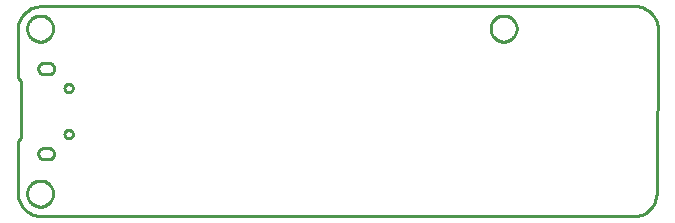
<source format=gbr>
G04 EAGLE Gerber RS-274X export*
G75*
%MOMM*%
%FSLAX34Y34*%
%LPD*%
%IN*%
%IPPOS*%
%AMOC8*
5,1,8,0,0,1.08239X$1,22.5*%
G01*
%ADD10C,0.254000*%


D10*
X0Y20320D02*
X77Y18549D01*
X309Y16791D01*
X692Y15061D01*
X1225Y13370D01*
X1904Y11732D01*
X2722Y10160D01*
X3675Y8665D01*
X4754Y7259D01*
X5952Y5952D01*
X7259Y4754D01*
X8665Y3675D01*
X10160Y2722D01*
X11732Y1904D01*
X13370Y1225D01*
X15061Y692D01*
X16791Y309D01*
X18549Y77D01*
X20320Y0D01*
X521970Y0D01*
X523683Y130D01*
X525379Y409D01*
X527043Y835D01*
X528664Y1404D01*
X530230Y2113D01*
X531727Y2955D01*
X533146Y3924D01*
X534475Y5014D01*
X535703Y6215D01*
X536823Y7518D01*
X537824Y8914D01*
X538700Y10392D01*
X539444Y11941D01*
X540050Y13549D01*
X540514Y15204D01*
X540831Y16892D01*
X541000Y18602D01*
X541020Y20320D01*
X542290Y157480D01*
X542270Y159198D01*
X542101Y160908D01*
X541784Y162597D01*
X541320Y164251D01*
X540714Y165859D01*
X539970Y167408D01*
X539094Y168886D01*
X538093Y170282D01*
X536973Y171585D01*
X535745Y172786D01*
X534416Y173876D01*
X532997Y174845D01*
X531500Y175687D01*
X529934Y176396D01*
X528313Y176965D01*
X526649Y177391D01*
X524953Y177670D01*
X523240Y177800D01*
X20320Y177800D01*
X18549Y177723D01*
X16791Y177491D01*
X15061Y177108D01*
X13370Y176575D01*
X11732Y175896D01*
X10160Y175078D01*
X8665Y174125D01*
X7259Y173046D01*
X5952Y171848D01*
X4754Y170541D01*
X3675Y169135D01*
X2722Y167640D01*
X1904Y166068D01*
X1225Y164430D01*
X692Y162739D01*
X309Y161009D01*
X77Y159251D01*
X0Y157480D01*
X0Y116840D01*
X2540Y114300D01*
X2540Y66040D01*
X0Y63500D01*
X0Y20320D01*
X17680Y52900D02*
X17652Y52549D01*
X17654Y52198D01*
X17687Y51848D01*
X17750Y51502D01*
X17843Y51163D01*
X17966Y50833D01*
X18117Y50515D01*
X18294Y50212D01*
X18498Y49925D01*
X18726Y49657D01*
X18976Y49410D01*
X19247Y49186D01*
X19536Y48986D01*
X19842Y48812D01*
X20162Y48666D01*
X20493Y48548D01*
X20833Y48459D01*
X21180Y48400D01*
X27180Y48400D01*
X27527Y48459D01*
X27867Y48548D01*
X28198Y48666D01*
X28518Y48812D01*
X28824Y48986D01*
X29113Y49186D01*
X29384Y49410D01*
X29634Y49657D01*
X29862Y49925D01*
X30066Y50212D01*
X30243Y50515D01*
X30394Y50833D01*
X30517Y51163D01*
X30610Y51502D01*
X30673Y51848D01*
X30706Y52198D01*
X30708Y52549D01*
X30680Y52900D01*
X30708Y53251D01*
X30706Y53602D01*
X30673Y53952D01*
X30610Y54298D01*
X30517Y54637D01*
X30394Y54967D01*
X30243Y55285D01*
X30066Y55588D01*
X29862Y55875D01*
X29634Y56143D01*
X29384Y56390D01*
X29113Y56614D01*
X28824Y56814D01*
X28518Y56988D01*
X28198Y57134D01*
X27867Y57252D01*
X27527Y57341D01*
X27180Y57400D01*
X21180Y57400D01*
X20833Y57341D01*
X20493Y57252D01*
X20162Y57134D01*
X19842Y56988D01*
X19536Y56814D01*
X19247Y56614D01*
X18976Y56390D01*
X18726Y56143D01*
X18498Y55875D01*
X18294Y55588D01*
X18117Y55285D01*
X17966Y54967D01*
X17843Y54637D01*
X17750Y54298D01*
X17687Y53952D01*
X17654Y53602D01*
X17652Y53251D01*
X17680Y52900D01*
X17680Y123900D02*
X17716Y123574D01*
X17780Y123253D01*
X17872Y122938D01*
X17992Y122633D01*
X18137Y122339D01*
X18307Y122059D01*
X18502Y121794D01*
X18718Y121548D01*
X18955Y121322D01*
X19211Y121117D01*
X19484Y120935D01*
X19772Y120777D01*
X20072Y120646D01*
X20382Y120541D01*
X20701Y120463D01*
X21025Y120414D01*
X21352Y120392D01*
X21680Y120400D01*
X27180Y120400D01*
X27485Y120413D01*
X27788Y120453D01*
X28086Y120519D01*
X28377Y120611D01*
X28659Y120728D01*
X28930Y120869D01*
X29188Y121033D01*
X29430Y121219D01*
X29655Y121425D01*
X29861Y121650D01*
X30047Y121892D01*
X30211Y122150D01*
X30352Y122421D01*
X30469Y122703D01*
X30561Y122994D01*
X30627Y123292D01*
X30667Y123595D01*
X30680Y123900D01*
X30680Y125900D01*
X30667Y126205D01*
X30627Y126508D01*
X30561Y126806D01*
X30469Y127097D01*
X30352Y127379D01*
X30211Y127650D01*
X30047Y127908D01*
X29861Y128150D01*
X29655Y128375D01*
X29430Y128581D01*
X29188Y128767D01*
X28930Y128931D01*
X28659Y129072D01*
X28377Y129189D01*
X28086Y129281D01*
X27788Y129347D01*
X27485Y129387D01*
X27180Y129400D01*
X21680Y129400D01*
X21352Y129408D01*
X21025Y129386D01*
X20701Y129337D01*
X20382Y129259D01*
X20072Y129154D01*
X19772Y129023D01*
X19484Y128865D01*
X19211Y128683D01*
X18955Y128478D01*
X18718Y128252D01*
X18502Y128006D01*
X18307Y127742D01*
X18137Y127461D01*
X17992Y127168D01*
X17872Y126862D01*
X17780Y126547D01*
X17716Y126226D01*
X17680Y125900D01*
X17680Y123900D01*
X30050Y158318D02*
X29982Y157456D01*
X29847Y156602D01*
X29645Y155762D01*
X29378Y154940D01*
X29047Y154141D01*
X28655Y153371D01*
X28203Y152634D01*
X27695Y151935D01*
X27134Y151277D01*
X26523Y150666D01*
X25865Y150105D01*
X25166Y149597D01*
X24429Y149145D01*
X23659Y148753D01*
X22860Y148422D01*
X22038Y148155D01*
X21198Y147953D01*
X20344Y147818D01*
X19482Y147750D01*
X18618Y147750D01*
X17756Y147818D01*
X16902Y147953D01*
X16062Y148155D01*
X15240Y148422D01*
X14441Y148753D01*
X13671Y149145D01*
X12934Y149597D01*
X12235Y150105D01*
X11577Y150666D01*
X10966Y151277D01*
X10405Y151935D01*
X9897Y152634D01*
X9445Y153371D01*
X9053Y154141D01*
X8722Y154940D01*
X8455Y155762D01*
X8253Y156602D01*
X8118Y157456D01*
X8050Y158318D01*
X8050Y159182D01*
X8118Y160044D01*
X8253Y160898D01*
X8455Y161738D01*
X8722Y162560D01*
X9053Y163359D01*
X9445Y164129D01*
X9897Y164866D01*
X10405Y165565D01*
X10966Y166223D01*
X11577Y166834D01*
X12235Y167395D01*
X12934Y167903D01*
X13671Y168355D01*
X14441Y168747D01*
X15240Y169078D01*
X16062Y169345D01*
X16902Y169547D01*
X17756Y169682D01*
X18618Y169750D01*
X19482Y169750D01*
X20344Y169682D01*
X21198Y169547D01*
X22038Y169345D01*
X22860Y169078D01*
X23659Y168747D01*
X24429Y168355D01*
X25166Y167903D01*
X25865Y167395D01*
X26523Y166834D01*
X27134Y166223D01*
X27695Y165565D01*
X28203Y164866D01*
X28655Y164129D01*
X29047Y163359D01*
X29378Y162560D01*
X29645Y161738D01*
X29847Y160898D01*
X29982Y160044D01*
X30050Y159182D01*
X30050Y158318D01*
X30050Y18618D02*
X29982Y17756D01*
X29847Y16902D01*
X29645Y16062D01*
X29378Y15240D01*
X29047Y14441D01*
X28655Y13671D01*
X28203Y12934D01*
X27695Y12235D01*
X27134Y11577D01*
X26523Y10966D01*
X25865Y10405D01*
X25166Y9897D01*
X24429Y9445D01*
X23659Y9053D01*
X22860Y8722D01*
X22038Y8455D01*
X21198Y8253D01*
X20344Y8118D01*
X19482Y8050D01*
X18618Y8050D01*
X17756Y8118D01*
X16902Y8253D01*
X16062Y8455D01*
X15240Y8722D01*
X14441Y9053D01*
X13671Y9445D01*
X12934Y9897D01*
X12235Y10405D01*
X11577Y10966D01*
X10966Y11577D01*
X10405Y12235D01*
X9897Y12934D01*
X9445Y13671D01*
X9053Y14441D01*
X8722Y15240D01*
X8455Y16062D01*
X8253Y16902D01*
X8118Y17756D01*
X8050Y18618D01*
X8050Y19482D01*
X8118Y20344D01*
X8253Y21198D01*
X8455Y22038D01*
X8722Y22860D01*
X9053Y23659D01*
X9445Y24429D01*
X9897Y25166D01*
X10405Y25865D01*
X10966Y26523D01*
X11577Y27134D01*
X12235Y27695D01*
X12934Y28203D01*
X13671Y28655D01*
X14441Y29047D01*
X15240Y29378D01*
X16062Y29645D01*
X16902Y29847D01*
X17756Y29982D01*
X18618Y30050D01*
X19482Y30050D01*
X20344Y29982D01*
X21198Y29847D01*
X22038Y29645D01*
X22860Y29378D01*
X23659Y29047D01*
X24429Y28655D01*
X25166Y28203D01*
X25865Y27695D01*
X26523Y27134D01*
X27134Y26523D01*
X27695Y25865D01*
X28203Y25166D01*
X28655Y24429D01*
X29047Y23659D01*
X29378Y22860D01*
X29645Y22038D01*
X29847Y21198D01*
X29982Y20344D01*
X30050Y19482D01*
X30050Y18618D01*
X422480Y158318D02*
X422412Y157456D01*
X422277Y156602D01*
X422075Y155762D01*
X421808Y154940D01*
X421477Y154141D01*
X421085Y153371D01*
X420633Y152634D01*
X420125Y151935D01*
X419564Y151277D01*
X418953Y150666D01*
X418295Y150105D01*
X417596Y149597D01*
X416859Y149145D01*
X416089Y148753D01*
X415290Y148422D01*
X414468Y148155D01*
X413628Y147953D01*
X412774Y147818D01*
X411912Y147750D01*
X411048Y147750D01*
X410186Y147818D01*
X409332Y147953D01*
X408492Y148155D01*
X407670Y148422D01*
X406871Y148753D01*
X406101Y149145D01*
X405364Y149597D01*
X404665Y150105D01*
X404007Y150666D01*
X403396Y151277D01*
X402835Y151935D01*
X402327Y152634D01*
X401875Y153371D01*
X401483Y154141D01*
X401152Y154940D01*
X400885Y155762D01*
X400683Y156602D01*
X400548Y157456D01*
X400480Y158318D01*
X400480Y159182D01*
X400548Y160044D01*
X400683Y160898D01*
X400885Y161738D01*
X401152Y162560D01*
X401483Y163359D01*
X401875Y164129D01*
X402327Y164866D01*
X402835Y165565D01*
X403396Y166223D01*
X404007Y166834D01*
X404665Y167395D01*
X405364Y167903D01*
X406101Y168355D01*
X406871Y168747D01*
X407670Y169078D01*
X408492Y169345D01*
X409332Y169547D01*
X410186Y169682D01*
X411048Y169750D01*
X411912Y169750D01*
X412774Y169682D01*
X413628Y169547D01*
X414468Y169345D01*
X415290Y169078D01*
X416089Y168747D01*
X416859Y168355D01*
X417596Y167903D01*
X418295Y167395D01*
X418953Y166834D01*
X419564Y166223D01*
X420125Y165565D01*
X420633Y164866D01*
X421085Y164129D01*
X421477Y163359D01*
X421808Y162560D01*
X422075Y161738D01*
X422277Y160898D01*
X422412Y160044D01*
X422480Y159182D01*
X422480Y158318D01*
X42951Y104900D02*
X42496Y104960D01*
X42053Y105079D01*
X41629Y105254D01*
X41231Y105484D01*
X40867Y105763D01*
X40543Y106087D01*
X40264Y106451D01*
X40034Y106849D01*
X39859Y107273D01*
X39740Y107716D01*
X39680Y108171D01*
X39680Y108629D01*
X39740Y109084D01*
X39859Y109527D01*
X40034Y109951D01*
X40264Y110349D01*
X40543Y110713D01*
X40867Y111037D01*
X41231Y111316D01*
X41629Y111546D01*
X42053Y111721D01*
X42496Y111840D01*
X42951Y111900D01*
X43409Y111900D01*
X43864Y111840D01*
X44307Y111721D01*
X44731Y111546D01*
X45129Y111316D01*
X45493Y111037D01*
X45817Y110713D01*
X46096Y110349D01*
X46326Y109951D01*
X46501Y109527D01*
X46620Y109084D01*
X46680Y108629D01*
X46680Y108171D01*
X46620Y107716D01*
X46501Y107273D01*
X46326Y106849D01*
X46096Y106451D01*
X45817Y106087D01*
X45493Y105763D01*
X45129Y105484D01*
X44731Y105254D01*
X44307Y105079D01*
X43864Y104960D01*
X43409Y104900D01*
X42951Y104900D01*
X42951Y65900D02*
X42496Y65960D01*
X42053Y66079D01*
X41629Y66254D01*
X41231Y66484D01*
X40867Y66763D01*
X40543Y67087D01*
X40264Y67451D01*
X40034Y67849D01*
X39859Y68273D01*
X39740Y68716D01*
X39680Y69171D01*
X39680Y69629D01*
X39740Y70084D01*
X39859Y70527D01*
X40034Y70951D01*
X40264Y71349D01*
X40543Y71713D01*
X40867Y72037D01*
X41231Y72316D01*
X41629Y72546D01*
X42053Y72721D01*
X42496Y72840D01*
X42951Y72900D01*
X43409Y72900D01*
X43864Y72840D01*
X44307Y72721D01*
X44731Y72546D01*
X45129Y72316D01*
X45493Y72037D01*
X45817Y71713D01*
X46096Y71349D01*
X46326Y70951D01*
X46501Y70527D01*
X46620Y70084D01*
X46680Y69629D01*
X46680Y69171D01*
X46620Y68716D01*
X46501Y68273D01*
X46326Y67849D01*
X46096Y67451D01*
X45817Y67087D01*
X45493Y66763D01*
X45129Y66484D01*
X44731Y66254D01*
X44307Y66079D01*
X43864Y65960D01*
X43409Y65900D01*
X42951Y65900D01*
M02*

</source>
